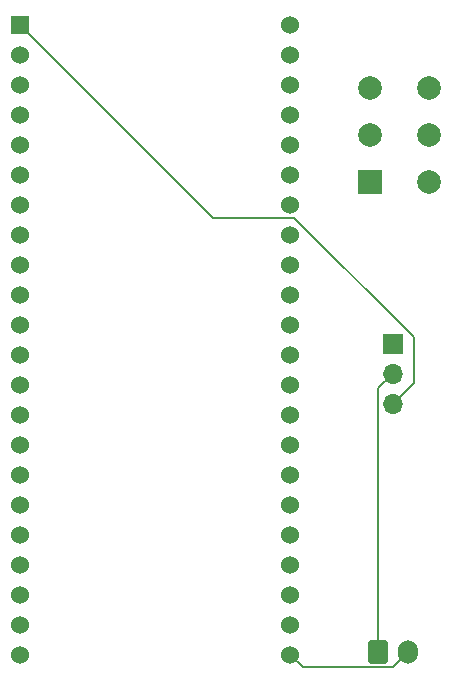
<source format=gbr>
%TF.GenerationSoftware,KiCad,Pcbnew,8.0.7*%
%TF.CreationDate,2025-02-28T11:10:52-08:00*%
%TF.ProjectId,Untitled,556e7469-746c-4656-942e-6b696361645f,rev?*%
%TF.SameCoordinates,Original*%
%TF.FileFunction,Copper,L1,Top*%
%TF.FilePolarity,Positive*%
%FSLAX46Y46*%
G04 Gerber Fmt 4.6, Leading zero omitted, Abs format (unit mm)*
G04 Created by KiCad (PCBNEW 8.0.7) date 2025-02-28 11:10:52*
%MOMM*%
%LPD*%
G01*
G04 APERTURE LIST*
G04 Aperture macros list*
%AMRoundRect*
0 Rectangle with rounded corners*
0 $1 Rounding radius*
0 $2 $3 $4 $5 $6 $7 $8 $9 X,Y pos of 4 corners*
0 Add a 4 corners polygon primitive as box body*
4,1,4,$2,$3,$4,$5,$6,$7,$8,$9,$2,$3,0*
0 Add four circle primitives for the rounded corners*
1,1,$1+$1,$2,$3*
1,1,$1+$1,$4,$5*
1,1,$1+$1,$6,$7*
1,1,$1+$1,$8,$9*
0 Add four rect primitives between the rounded corners*
20,1,$1+$1,$2,$3,$4,$5,0*
20,1,$1+$1,$4,$5,$6,$7,0*
20,1,$1+$1,$6,$7,$8,$9,0*
20,1,$1+$1,$8,$9,$2,$3,0*%
G04 Aperture macros list end*
%TA.AperFunction,ComponentPad*%
%ADD10C,1.530000*%
%TD*%
%TA.AperFunction,ComponentPad*%
%ADD11R,1.530000X1.530000*%
%TD*%
%TA.AperFunction,ComponentPad*%
%ADD12R,1.700000X1.700000*%
%TD*%
%TA.AperFunction,ComponentPad*%
%ADD13O,1.700000X1.700000*%
%TD*%
%TA.AperFunction,ComponentPad*%
%ADD14R,2.000000X2.000000*%
%TD*%
%TA.AperFunction,ComponentPad*%
%ADD15C,2.000000*%
%TD*%
%TA.AperFunction,ComponentPad*%
%ADD16RoundRect,0.250000X-0.600000X-0.750000X0.600000X-0.750000X0.600000X0.750000X-0.600000X0.750000X0*%
%TD*%
%TA.AperFunction,ComponentPad*%
%ADD17O,1.700000X2.000000*%
%TD*%
%TA.AperFunction,Conductor*%
%ADD18C,0.200000*%
%TD*%
G04 APERTURE END LIST*
D10*
%TO.P,U1,J1_22,GND*%
%TO.N,Net-(BT1--)*%
X142390000Y-127500000D03*
%TO.P,U1,J3_22,GND*%
X165250000Y-127500000D03*
%TO.P,U1,J1_21,5V0*%
%TO.N,unconnected-(U1-5V0-PadJ1_21)*%
X142390000Y-124960000D03*
%TO.P,U1,J1_20,GPIO14*%
%TO.N,unconnected-(U1-GPIO14-PadJ1_20)*%
X142390000Y-122420000D03*
%TO.P,U1,J1_19,GPIO13*%
%TO.N,unconnected-(U1-GPIO13-PadJ1_19)*%
X142390000Y-119880000D03*
%TO.P,U1,J1_18,GPIO12*%
%TO.N,Net-(J1-Pin_1)*%
X142390000Y-117340000D03*
%TO.P,U1,J1_17,GPIO11*%
%TO.N,Net-(J1-Pin_2)*%
X142390000Y-114800000D03*
%TO.P,U1,J1_16,GPIO10*%
%TO.N,Net-(J1-Pin_4)*%
X142390000Y-112260000D03*
%TO.P,U1,J1_15,GPIO9*%
%TO.N,unconnected-(U1-GPIO9-PadJ1_15)*%
X142390000Y-109720000D03*
%TO.P,U1,J1_14,GPIO46*%
%TO.N,unconnected-(U1-GPIO46-PadJ1_14)*%
X142390000Y-107180000D03*
%TO.P,U1,J1_13,GPIO3*%
%TO.N,unconnected-(U1-GPIO3-PadJ1_13)*%
X142390000Y-104640000D03*
%TO.P,U1,J1_12,GPIO8*%
%TO.N,unconnected-(U1-GPIO8-PadJ1_12)*%
X142390000Y-102100000D03*
%TO.P,U1,J1_11,GPIO18*%
%TO.N,unconnected-(U1-GPIO18-PadJ1_11)*%
X142390000Y-99560000D03*
%TO.P,U1,J1_10,GPIO17*%
%TO.N,unconnected-(U1-GPIO17-PadJ1_10)*%
X142390000Y-97020000D03*
%TO.P,U1,J1_9,GPIO16*%
%TO.N,unconnected-(U1-GPIO16-PadJ1_9)*%
X142390000Y-94480000D03*
%TO.P,U1,J1_8,GPIO15*%
%TO.N,unconnected-(U1-GPIO15-PadJ1_8)*%
X142390000Y-91940000D03*
%TO.P,U1,J1_7,GPIO7*%
%TO.N,unconnected-(U1-GPIO7-PadJ1_7)*%
X142390000Y-89400000D03*
%TO.P,U1,J1_6,GPIO6*%
%TO.N,unconnected-(U1-GPIO6-PadJ1_6)*%
X142390000Y-86860000D03*
%TO.P,U1,J1_5,GPIO5*%
%TO.N,unconnected-(U1-GPIO5-PadJ1_5)*%
X142390000Y-84320000D03*
%TO.P,U1,J1_4,GPIO4*%
%TO.N,unconnected-(U1-GPIO4-PadJ1_4)*%
X142390000Y-81780000D03*
%TO.P,U1,J1_3,RST*%
%TO.N,unconnected-(U1-RST-PadJ1_3)*%
X142390000Y-79240000D03*
%TO.P,U1,J1_2,3V3*%
%TO.N,Net-(J1-Pin_5)*%
X142390000Y-76700000D03*
D11*
%TO.P,U1,J1_1,3V3*%
X142390000Y-74160000D03*
D10*
%TO.P,U1,J3_21,GND*%
%TO.N,Net-(BT1--)*%
X165250000Y-124960000D03*
%TO.P,U1,J3_20,USB_D-/GPIO19*%
%TO.N,unconnected-(U1-USB_D-{slash}GPIO19-PadJ3_20)*%
X165250000Y-122420000D03*
%TO.P,U1,J3_19,USB_D+/GPIO20*%
%TO.N,unconnected-(U1-USB_D+{slash}GPIO20-PadJ3_19)*%
X165250000Y-119880000D03*
%TO.P,U1,J3_18,GPIO21*%
%TO.N,unconnected-(U1-GPIO21-PadJ3_18)*%
X165250000Y-117340000D03*
%TO.P,U1,J3_17,GPIO47*%
%TO.N,unconnected-(U1-GPIO47-PadJ3_17)*%
X165250000Y-114800000D03*
%TO.P,U1,J3_16,GPIO48*%
%TO.N,unconnected-(U1-GPIO48-PadJ3_16)*%
X165250000Y-112260000D03*
%TO.P,U1,J3_15,GPIO45*%
%TO.N,unconnected-(U1-GPIO45-PadJ3_15)*%
X165250000Y-109720000D03*
%TO.P,U1,J3_14,GPIO0*%
%TO.N,unconnected-(U1-GPIO0-PadJ3_14)*%
X165250000Y-107180000D03*
%TO.P,U1,J3_13,GPIO35*%
%TO.N,unconnected-(U1-GPIO35-PadJ3_13)*%
X165250000Y-104640000D03*
%TO.P,U1,J3_12,GPIO36*%
%TO.N,unconnected-(U1-GPIO36-PadJ3_12)*%
X165250000Y-102100000D03*
%TO.P,U1,J3_11,GPIO37*%
%TO.N,unconnected-(U1-GPIO37-PadJ3_11)*%
X165250000Y-99560000D03*
%TO.P,U1,J3_10,GPIO38*%
%TO.N,unconnected-(U1-GPIO38-PadJ3_10)*%
X165250000Y-97020000D03*
%TO.P,U1,J3_9,MTCK/GPIO39*%
%TO.N,unconnected-(U1-MTCK{slash}GPIO39-PadJ3_9)*%
X165250000Y-94480000D03*
%TO.P,U1,J3_8,MTDO/GPIO40*%
%TO.N,unconnected-(U1-MTDO{slash}GPIO40-PadJ3_8)*%
X165250000Y-91940000D03*
%TO.P,U1,J3_7,MTDI/GPIO41*%
%TO.N,unconnected-(U1-MTDI{slash}GPIO41-PadJ3_7)*%
X165250000Y-89400000D03*
%TO.P,U1,J3_6,MTMS/GPIO42*%
%TO.N,unconnected-(U1-MTMS{slash}GPIO42-PadJ3_6)*%
X165250000Y-86860000D03*
%TO.P,U1,J3_5,GPIO2*%
%TO.N,unconnected-(U1-GPIO2-PadJ3_5)*%
X165250000Y-84320000D03*
%TO.P,U1,J3_4,GPIO1*%
%TO.N,unconnected-(U1-GPIO1-PadJ3_4)*%
X165250000Y-81780000D03*
%TO.P,U1,J3_3,U0RXD/GPIO44*%
%TO.N,unconnected-(U1-U0RXD{slash}GPIO44-PadJ3_3)*%
X165250000Y-79240000D03*
%TO.P,U1,J3_2,U0TXD/GPIO43*%
%TO.N,unconnected-(U1-U0TXD{slash}GPIO43-PadJ3_2)*%
X165250000Y-76700000D03*
%TO.P,U1,J3_1,GND*%
%TO.N,Net-(BT1--)*%
X165250000Y-74160000D03*
%TD*%
D12*
%TO.P,SW1,1,C*%
%TO.N,unconnected-(SW1-C-Pad1)*%
X174000000Y-101170000D03*
D13*
%TO.P,SW1,2,B*%
%TO.N,Net-(BT1-+)*%
X174000000Y-103710000D03*
%TO.P,SW1,3,A*%
%TO.N,Net-(J1-Pin_5)*%
X174000000Y-106250000D03*
%TD*%
D14*
%TO.P,J1,1,Pin_1*%
%TO.N,Net-(J1-Pin_1)*%
X172000000Y-87500000D03*
D15*
%TO.P,J1,2,Pin_2*%
%TO.N,Net-(J1-Pin_2)*%
X172000000Y-83500000D03*
%TO.P,J1,3,Pin_3*%
%TO.N,unconnected-(J1-Pin_3-Pad3)*%
X172000000Y-79500000D03*
%TO.P,J1,4,Pin_4*%
%TO.N,Net-(J1-Pin_4)*%
X177000000Y-87500000D03*
%TO.P,J1,5,Pin_5*%
%TO.N,Net-(J1-Pin_5)*%
X177000000Y-83500000D03*
%TO.P,J1,6,Pin_6*%
%TO.N,Net-(BT1--)*%
X177000000Y-79500000D03*
%TD*%
D16*
%TO.P,BT1,1,+*%
%TO.N,Net-(BT1-+)*%
X172750000Y-127282500D03*
D17*
%TO.P,BT1,2,-*%
%TO.N,Net-(BT1--)*%
X175250000Y-127282500D03*
%TD*%
D18*
%TO.N,Net-(J1-Pin_5)*%
X174000000Y-106250000D02*
X175726346Y-104523654D01*
X175726346Y-104523654D02*
X175726346Y-100596346D01*
X158730000Y-90500000D02*
X142390000Y-74160000D01*
X175726346Y-100596346D02*
X165630000Y-90500000D01*
X165630000Y-90500000D02*
X158730000Y-90500000D01*
%TO.N,Net-(BT1--)*%
X175250000Y-127282500D02*
X173950000Y-128582500D01*
X166332500Y-128582500D02*
X165250000Y-127500000D01*
X173950000Y-128582500D02*
X166332500Y-128582500D01*
%TO.N,Net-(BT1-+)*%
X174000000Y-103710000D02*
X172750000Y-104960000D01*
X172750000Y-104960000D02*
X172750000Y-127282500D01*
%TD*%
M02*

</source>
